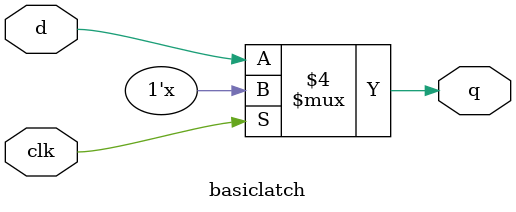
<source format=v>
module basiclatch ( clk, d, q);
input clk, d;
output q;
reg q;
always @ (clk or d)
  if(~clk)
    q = d;
endmodule
</source>
